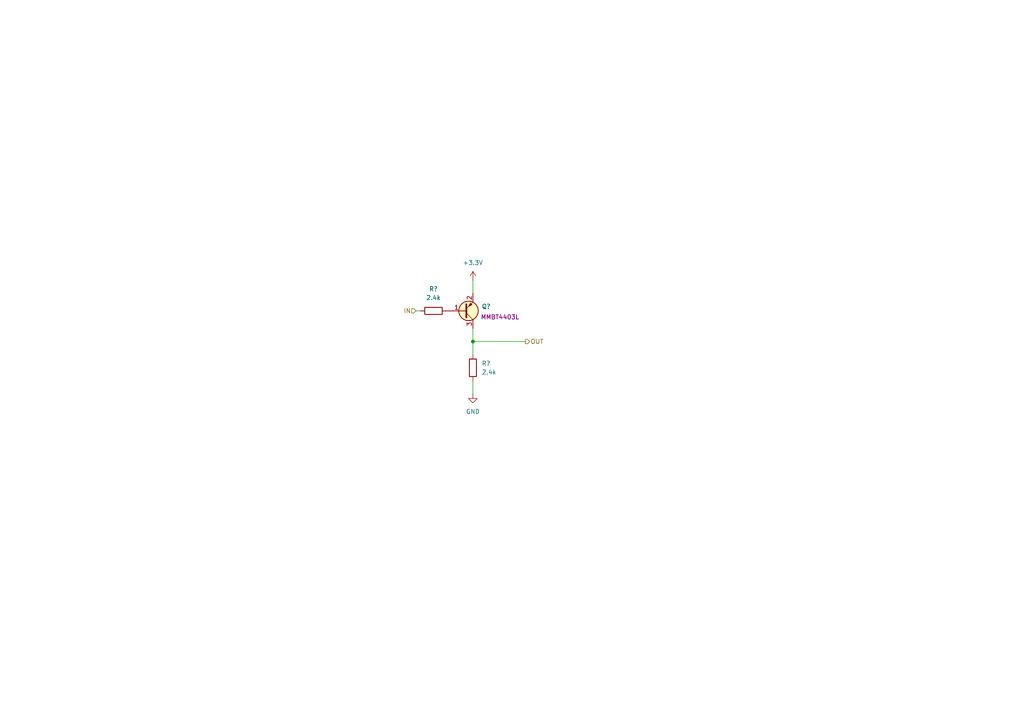
<source format=kicad_sch>
(kicad_sch
	(version 20250114)
	(generator "eeschema")
	(generator_version "9.0")
	(uuid "e17328de-3c60-4e8f-9f9b-3bd1344a1139")
	(paper "A4")
	(lib_symbols
		(symbol "Resistor_AKL:R_0603"
			(pin_numbers
				(hide yes)
			)
			(pin_names
				(offset 0)
			)
			(exclude_from_sim no)
			(in_bom yes)
			(on_board yes)
			(property "Reference" "R"
				(at 2.54 1.27 0)
				(effects
					(font
						(size 1.27 1.27)
					)
					(justify left)
				)
			)
			(property "Value" "R_0603"
				(at 2.54 -1.27 0)
				(effects
					(font
						(size 1.27 1.27)
					)
					(justify left)
				)
			)
			(property "Footprint" "Resistor_SMD_AKL:R_0603_1608Metric"
				(at 0 -11.43 0)
				(effects
					(font
						(size 1.27 1.27)
					)
					(hide yes)
				)
			)
			(property "Datasheet" "~"
				(at 0 0 0)
				(effects
					(font
						(size 1.27 1.27)
					)
					(hide yes)
				)
			)
			(property "Description" "SMD 0603 Chip Resistor, European Symbol, Alternate KiCad Library"
				(at 0 0 0)
				(effects
					(font
						(size 1.27 1.27)
					)
					(hide yes)
				)
			)
			(property "ki_keywords" "R res resistor eu SMD 0603"
				(at 0 0 0)
				(effects
					(font
						(size 1.27 1.27)
					)
					(hide yes)
				)
			)
			(property "ki_fp_filters" "R_*"
				(at 0 0 0)
				(effects
					(font
						(size 1.27 1.27)
					)
					(hide yes)
				)
			)
			(symbol "R_0603_0_1"
				(rectangle
					(start -1.016 2.54)
					(end 1.016 -2.54)
					(stroke
						(width 0.254)
						(type default)
					)
					(fill
						(type none)
					)
				)
			)
			(symbol "R_0603_0_2"
				(polyline
					(pts
						(xy -2.54 -2.54) (xy -1.524 -1.524)
					)
					(stroke
						(width 0)
						(type default)
					)
					(fill
						(type none)
					)
				)
				(polyline
					(pts
						(xy 1.524 1.524) (xy 2.54 2.54)
					)
					(stroke
						(width 0)
						(type default)
					)
					(fill
						(type none)
					)
				)
				(polyline
					(pts
						(xy 1.524 1.524) (xy 0.889 2.159) (xy -2.159 -0.889) (xy -0.889 -2.159) (xy 2.159 0.889) (xy 1.524 1.524)
					)
					(stroke
						(width 0.254)
						(type default)
					)
					(fill
						(type none)
					)
				)
			)
			(symbol "R_0603_1_1"
				(pin passive line
					(at 0 3.81 270)
					(length 1.27)
					(name "~"
						(effects
							(font
								(size 1.27 1.27)
							)
						)
					)
					(number "1"
						(effects
							(font
								(size 1.27 1.27)
							)
						)
					)
				)
				(pin passive line
					(at 0 -3.81 90)
					(length 1.27)
					(name "~"
						(effects
							(font
								(size 1.27 1.27)
							)
						)
					)
					(number "2"
						(effects
							(font
								(size 1.27 1.27)
							)
						)
					)
				)
			)
			(symbol "R_0603_1_2"
				(pin passive line
					(at -2.54 -2.54 0)
					(length 0)
					(name ""
						(effects
							(font
								(size 1.27 1.27)
							)
						)
					)
					(number "2"
						(effects
							(font
								(size 1.27 1.27)
							)
						)
					)
				)
				(pin passive line
					(at 2.54 2.54 180)
					(length 0)
					(name ""
						(effects
							(font
								(size 1.27 1.27)
							)
						)
					)
					(number "1"
						(effects
							(font
								(size 1.27 1.27)
							)
						)
					)
				)
			)
			(embedded_fonts no)
		)
		(symbol "Transistor_BJT_AKL:2SA2018"
			(pin_names
				(hide yes)
			)
			(exclude_from_sim no)
			(in_bom yes)
			(on_board yes)
			(property "Reference" "Q"
				(at 5.08 1.27 0)
				(effects
					(font
						(size 1.27 1.27)
					)
					(justify left)
				)
			)
			(property "Value" "2SA2018"
				(at 5.08 -1.27 0)
				(effects
					(font
						(size 1.27 1.27)
					)
					(justify left)
				)
			)
			(property "Footprint" "Package_TO_SOT_SMD_AKL:SOT-416"
				(at 5.08 -2.54 0)
				(effects
					(font
						(size 1.27 1.27)
					)
					(hide yes)
				)
			)
			(property "Datasheet" "https://www.tme.eu/Document/8bbe87b96a6ee2683f1239fbf67f0559/2sa2018tl-e.pdf"
				(at 0 0 0)
				(effects
					(font
						(size 1.27 1.27)
					)
					(hide yes)
				)
			)
			(property "Description" "PNP SOT-416 transistor, 12V, 500mA, 150mW, Alternate KiCAD Library"
				(at 0 0 0)
				(effects
					(font
						(size 1.27 1.27)
					)
					(hide yes)
				)
			)
			(property "ki_keywords" "transistor PNP 2SA2018"
				(at 0 0 0)
				(effects
					(font
						(size 1.27 1.27)
					)
					(hide yes)
				)
			)
			(symbol "2SA2018_0_1"
				(polyline
					(pts
						(xy 0.635 0.635) (xy 2.54 2.54) (xy 2.54 2.54)
					)
					(stroke
						(width 0)
						(type default)
					)
					(fill
						(type none)
					)
				)
				(polyline
					(pts
						(xy 0.635 -0.635) (xy 2.54 -2.54)
					)
					(stroke
						(width 0)
						(type default)
					)
					(fill
						(type none)
					)
				)
				(polyline
					(pts
						(xy 0.635 -1.905) (xy 0.635 1.905) (xy 0.635 1.905)
					)
					(stroke
						(width 0.508)
						(type default)
					)
					(fill
						(type none)
					)
				)
				(circle
					(center 1.27 0)
					(radius 2.8194)
					(stroke
						(width 0.254)
						(type default)
					)
					(fill
						(type background)
					)
				)
				(polyline
					(pts
						(xy 2.286 1.778) (xy 1.778 2.286) (xy 1.27 1.27) (xy 2.286 1.778) (xy 2.286 1.778)
					)
					(stroke
						(width 0)
						(type default)
					)
					(fill
						(type outline)
					)
				)
			)
			(symbol "2SA2018_1_1"
				(pin input line
					(at -5.08 0 0)
					(length 5.715)
					(name "B"
						(effects
							(font
								(size 1.27 1.27)
							)
						)
					)
					(number "1"
						(effects
							(font
								(size 1.27 1.27)
							)
						)
					)
				)
				(pin passive line
					(at 2.54 5.08 270)
					(length 2.54)
					(name "E"
						(effects
							(font
								(size 1.27 1.27)
							)
						)
					)
					(number "2"
						(effects
							(font
								(size 1.27 1.27)
							)
						)
					)
				)
				(pin passive line
					(at 2.54 -5.08 90)
					(length 2.54)
					(name "C"
						(effects
							(font
								(size 1.27 1.27)
							)
						)
					)
					(number "3"
						(effects
							(font
								(size 1.27 1.27)
							)
						)
					)
				)
			)
			(embedded_fonts no)
		)
		(symbol "power:+3.3V"
			(power)
			(pin_numbers
				(hide yes)
			)
			(pin_names
				(offset 0)
				(hide yes)
			)
			(exclude_from_sim no)
			(in_bom yes)
			(on_board yes)
			(property "Reference" "#PWR"
				(at 0 -3.81 0)
				(effects
					(font
						(size 1.27 1.27)
					)
					(hide yes)
				)
			)
			(property "Value" "+3.3V"
				(at 0 3.556 0)
				(effects
					(font
						(size 1.27 1.27)
					)
				)
			)
			(property "Footprint" ""
				(at 0 0 0)
				(effects
					(font
						(size 1.27 1.27)
					)
					(hide yes)
				)
			)
			(property "Datasheet" ""
				(at 0 0 0)
				(effects
					(font
						(size 1.27 1.27)
					)
					(hide yes)
				)
			)
			(property "Description" "Power symbol creates a global label with name \"+3.3V\""
				(at 0 0 0)
				(effects
					(font
						(size 1.27 1.27)
					)
					(hide yes)
				)
			)
			(property "ki_keywords" "global power"
				(at 0 0 0)
				(effects
					(font
						(size 1.27 1.27)
					)
					(hide yes)
				)
			)
			(symbol "+3.3V_0_1"
				(polyline
					(pts
						(xy -0.762 1.27) (xy 0 2.54)
					)
					(stroke
						(width 0)
						(type default)
					)
					(fill
						(type none)
					)
				)
				(polyline
					(pts
						(xy 0 2.54) (xy 0.762 1.27)
					)
					(stroke
						(width 0)
						(type default)
					)
					(fill
						(type none)
					)
				)
				(polyline
					(pts
						(xy 0 0) (xy 0 2.54)
					)
					(stroke
						(width 0)
						(type default)
					)
					(fill
						(type none)
					)
				)
			)
			(symbol "+3.3V_1_1"
				(pin power_in line
					(at 0 0 90)
					(length 0)
					(name "~"
						(effects
							(font
								(size 1.27 1.27)
							)
						)
					)
					(number "1"
						(effects
							(font
								(size 1.27 1.27)
							)
						)
					)
				)
			)
			(embedded_fonts no)
		)
		(symbol "power:GND"
			(power)
			(pin_numbers
				(hide yes)
			)
			(pin_names
				(offset 0)
				(hide yes)
			)
			(exclude_from_sim no)
			(in_bom yes)
			(on_board yes)
			(property "Reference" "#PWR"
				(at 0 -6.35 0)
				(effects
					(font
						(size 1.27 1.27)
					)
					(hide yes)
				)
			)
			(property "Value" "GND"
				(at 0 -3.81 0)
				(effects
					(font
						(size 1.27 1.27)
					)
				)
			)
			(property "Footprint" ""
				(at 0 0 0)
				(effects
					(font
						(size 1.27 1.27)
					)
					(hide yes)
				)
			)
			(property "Datasheet" ""
				(at 0 0 0)
				(effects
					(font
						(size 1.27 1.27)
					)
					(hide yes)
				)
			)
			(property "Description" "Power symbol creates a global label with name \"GND\" , ground"
				(at 0 0 0)
				(effects
					(font
						(size 1.27 1.27)
					)
					(hide yes)
				)
			)
			(property "ki_keywords" "global power"
				(at 0 0 0)
				(effects
					(font
						(size 1.27 1.27)
					)
					(hide yes)
				)
			)
			(symbol "GND_0_1"
				(polyline
					(pts
						(xy 0 0) (xy 0 -1.27) (xy 1.27 -1.27) (xy 0 -2.54) (xy -1.27 -1.27) (xy 0 -1.27)
					)
					(stroke
						(width 0)
						(type default)
					)
					(fill
						(type none)
					)
				)
			)
			(symbol "GND_1_1"
				(pin power_in line
					(at 0 0 270)
					(length 0)
					(name "~"
						(effects
							(font
								(size 1.27 1.27)
							)
						)
					)
					(number "1"
						(effects
							(font
								(size 1.27 1.27)
							)
						)
					)
				)
			)
			(embedded_fonts no)
		)
	)
	(junction
		(at 137.16 99.06)
		(diameter 0)
		(color 0 0 0 0)
		(uuid "78f961f3-b383-4470-b1ae-927ce46d578a")
	)
	(wire
		(pts
			(xy 137.16 99.06) (xy 137.16 102.87)
		)
		(stroke
			(width 0)
			(type default)
		)
		(uuid "09b0534f-09f7-4c11-b094-64b2926671f9")
	)
	(wire
		(pts
			(xy 137.16 110.49) (xy 137.16 114.3)
		)
		(stroke
			(width 0)
			(type default)
		)
		(uuid "7bb9dbdc-79bf-4e52-9850-8d283bad0c54")
	)
	(wire
		(pts
			(xy 137.16 81.28) (xy 137.16 85.09)
		)
		(stroke
			(width 0)
			(type default)
		)
		(uuid "8a3edec9-185d-485d-a73a-a3071f7d1bb7")
	)
	(wire
		(pts
			(xy 120.65 90.17) (xy 121.92 90.17)
		)
		(stroke
			(width 0)
			(type default)
		)
		(uuid "aacb93fd-63db-4711-a4d2-b28da49c207f")
	)
	(wire
		(pts
			(xy 137.16 99.06) (xy 152.4 99.06)
		)
		(stroke
			(width 0)
			(type default)
		)
		(uuid "f9a2e1d3-a574-41f3-a716-d812ce7de288")
	)
	(wire
		(pts
			(xy 137.16 95.25) (xy 137.16 99.06)
		)
		(stroke
			(width 0)
			(type default)
		)
		(uuid "fbbcc26f-fc1c-4ceb-b9e8-535998abc245")
	)
	(hierarchical_label "IN"
		(shape input)
		(at 120.65 90.17 180)
		(effects
			(font
				(size 1.27 1.27)
			)
			(justify right)
		)
		(uuid "6c4f3c7e-f0f7-4f44-bb93-90ec57ea5b31")
	)
	(hierarchical_label "OUT"
		(shape output)
		(at 152.4 99.06 0)
		(effects
			(font
				(size 1.27 1.27)
			)
			(justify left)
		)
		(uuid "f63cf714-de96-4915-868b-7efc8d1e2ab6")
	)
	(symbol
		(lib_id "Resistor_AKL:R_0603")
		(at 137.16 106.68 180)
		(unit 1)
		(exclude_from_sim no)
		(in_bom yes)
		(on_board yes)
		(dnp no)
		(fields_autoplaced yes)
		(uuid "3323fc77-d802-4742-b225-1db1a383e48f")
		(property "Reference" "R?"
			(at 139.7 105.4099 0)
			(effects
				(font
					(size 1.27 1.27)
				)
				(justify right)
			)
		)
		(property "Value" "2.4k"
			(at 139.7 107.9499 0)
			(effects
				(font
					(size 1.27 1.27)
				)
				(justify right)
			)
		)
		(property "Footprint" "Resistor_SMD_AKL:R_0603_1608Metric"
			(at 137.16 95.25 0)
			(effects
				(font
					(size 1.27 1.27)
				)
				(hide yes)
			)
		)
		(property "Datasheet" "~"
			(at 137.16 106.68 0)
			(effects
				(font
					(size 1.27 1.27)
				)
				(hide yes)
			)
		)
		(property "Description" "SMD 0603 Chip Resistor, European Symbol, Alternate KiCad Library"
			(at 137.16 106.68 0)
			(effects
				(font
					(size 1.27 1.27)
				)
				(hide yes)
			)
		)
		(pin "2"
			(uuid "16e7911a-cb9d-4bdd-9c92-928150bc1177")
		)
		(pin "1"
			(uuid "d8ec737b-7654-43ab-8a3a-a6c9b3a568c1")
		)
		(instances
			(project "PLC4UNI Richard"
				(path "/e17328de-3c60-4e8f-9f9b-3bd1344a1139"
					(reference "R?")
					(unit 1)
				)
			)
		)
	)
	(symbol
		(lib_id "Resistor_AKL:R_0603")
		(at 125.73 90.17 90)
		(unit 1)
		(exclude_from_sim no)
		(in_bom yes)
		(on_board yes)
		(dnp no)
		(fields_autoplaced yes)
		(uuid "7d7d5931-9200-4c49-abb5-66efc10b9421")
		(property "Reference" "R?"
			(at 125.73 83.82 90)
			(effects
				(font
					(size 1.27 1.27)
				)
			)
		)
		(property "Value" "2.4k"
			(at 125.73 86.36 90)
			(effects
				(font
					(size 1.27 1.27)
				)
			)
		)
		(property "Footprint" "Resistor_SMD_AKL:R_0603_1608Metric"
			(at 137.16 90.17 0)
			(effects
				(font
					(size 1.27 1.27)
				)
				(hide yes)
			)
		)
		(property "Datasheet" "~"
			(at 125.73 90.17 0)
			(effects
				(font
					(size 1.27 1.27)
				)
				(hide yes)
			)
		)
		(property "Description" "SMD 0603 Chip Resistor, European Symbol, Alternate KiCad Library"
			(at 125.73 90.17 0)
			(effects
				(font
					(size 1.27 1.27)
				)
				(hide yes)
			)
		)
		(pin "2"
			(uuid "b07415bb-62eb-455e-9969-e7db69a77f90")
		)
		(pin "1"
			(uuid "49198ae5-f19c-41d0-ab5b-1ef878991dd0")
		)
		(instances
			(project "PLC4UNI Richard"
				(path "/e17328de-3c60-4e8f-9f9b-3bd1344a1139"
					(reference "R?")
					(unit 1)
				)
			)
		)
	)
	(symbol
		(lib_id "Transistor_BJT_AKL:2SA2018")
		(at 134.62 90.17 0)
		(unit 1)
		(exclude_from_sim no)
		(in_bom yes)
		(on_board yes)
		(dnp no)
		(uuid "8c09a735-c4f0-4ebc-9698-af568508a9ce")
		(property "Reference" "Q?"
			(at 139.7 88.8999 0)
			(effects
				(font
					(size 1.27 1.27)
				)
				(justify left)
			)
		)
		(property "Value" "2SA2018"
			(at 139.7 91.4399 0)
			(effects
				(font
					(size 1.27 1.27)
				)
				(justify left)
				(hide yes)
			)
		)
		(property "Footprint" "Package_TO_SOT_SMD_AKL:SOT-416"
			(at 139.7 92.71 0)
			(effects
				(font
					(size 1.27 1.27)
				)
				(hide yes)
			)
		)
		(property "Datasheet" "https://www.tme.eu/Document/8bbe87b96a6ee2683f1239fbf67f0559/2sa2018tl-e.pdf"
			(at 134.62 90.17 0)
			(effects
				(font
					(size 1.27 1.27)
				)
				(hide yes)
			)
		)
		(property "Description" "PNP SOT-416 transistor, 12V, 500mA, 150mW, Alternate KiCAD Library"
			(at 134.62 90.17 0)
			(effects
				(font
					(size 1.27 1.27)
				)
				(hide yes)
			)
		)
		(property "Part number" "MMBT4403L"
			(at 145.034 91.948 0)
			(effects
				(font
					(size 1.27 1.27)
				)
			)
		)
		(pin "3"
			(uuid "5aac957d-9739-4ba4-aeea-e6c330be4115")
		)
		(pin "2"
			(uuid "e76744a4-5b5f-4c67-baa7-26e9ea05f094")
		)
		(pin "1"
			(uuid "be3fd4b2-e3cd-4291-82a5-cec5e99c2103")
		)
		(instances
			(project "PLC4UNI Richard"
				(path "/e17328de-3c60-4e8f-9f9b-3bd1344a1139"
					(reference "Q?")
					(unit 1)
				)
			)
		)
	)
	(symbol
		(lib_id "power:GND")
		(at 137.16 114.3 0)
		(unit 1)
		(exclude_from_sim no)
		(in_bom yes)
		(on_board yes)
		(dnp no)
		(uuid "a82b8a49-bcd5-48d9-9583-fc8dae5ab433")
		(property "Reference" "#PWR?"
			(at 137.16 120.65 0)
			(effects
				(font
					(size 1.27 1.27)
				)
				(hide yes)
			)
		)
		(property "Value" "GND"
			(at 137.16 119.38 0)
			(effects
				(font
					(size 1.27 1.27)
				)
			)
		)
		(property "Footprint" ""
			(at 137.16 114.3 0)
			(effects
				(font
					(size 1.27 1.27)
				)
				(hide yes)
			)
		)
		(property "Datasheet" ""
			(at 137.16 114.3 0)
			(effects
				(font
					(size 1.27 1.27)
				)
				(hide yes)
			)
		)
		(property "Description" "Power symbol creates a global label with name \"GND\" , ground"
			(at 137.16 114.3 0)
			(effects
				(font
					(size 1.27 1.27)
				)
				(hide yes)
			)
		)
		(pin "1"
			(uuid "1d84371f-c6c4-44e4-9e60-21e685c4ca53")
		)
		(instances
			(project "PLC4UNI Richard"
				(path "/e17328de-3c60-4e8f-9f9b-3bd1344a1139"
					(reference "#PWR?")
					(unit 1)
				)
			)
		)
	)
	(symbol
		(lib_id "power:+3.3V")
		(at 137.16 81.28 0)
		(unit 1)
		(exclude_from_sim no)
		(in_bom yes)
		(on_board yes)
		(dnp no)
		(uuid "d6d90afe-bd4c-4af8-a352-6cad6c9027ed")
		(property "Reference" "#PWR?"
			(at 137.16 85.09 0)
			(effects
				(font
					(size 1.27 1.27)
				)
				(hide yes)
			)
		)
		(property "Value" "+3.3V"
			(at 137.16 76.2 0)
			(effects
				(font
					(size 1.27 1.27)
				)
			)
		)
		(property "Footprint" ""
			(at 137.16 81.28 0)
			(effects
				(font
					(size 1.27 1.27)
				)
				(hide yes)
			)
		)
		(property "Datasheet" ""
			(at 137.16 81.28 0)
			(effects
				(font
					(size 1.27 1.27)
				)
				(hide yes)
			)
		)
		(property "Description" "Power symbol creates a global label with name \"+3.3V\""
			(at 137.16 81.28 0)
			(effects
				(font
					(size 1.27 1.27)
				)
				(hide yes)
			)
		)
		(pin "1"
			(uuid "c528cd15-b36d-4fe6-8c85-117d646a94f1")
		)
		(instances
			(project "PLC4UNI Richard"
				(path "/e17328de-3c60-4e8f-9f9b-3bd1344a1139"
					(reference "#PWR?")
					(unit 1)
				)
			)
		)
	)
	(sheet_instances
		(path "/"
			(page "1")
		)
	)
	(embedded_fonts no)
)

</source>
